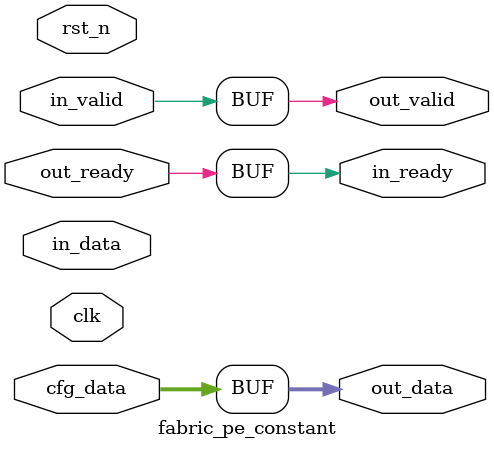
<source format=sv>

`include "fabric_common.svh"

module fabric_pe_constant #(
    parameter int DATA_WIDTH = 32,
    parameter int TAG_WIDTH  = 0,
    localparam int PAYLOAD_WIDTH = DATA_WIDTH + TAG_WIDTH,
    localparam int SAFE_PW       = (PAYLOAD_WIDTH > 0) ? PAYLOAD_WIDTH : 1,
    // Config: constant value + optional output tag
    localparam int CONFIG_WIDTH  = (TAG_WIDTH > 0) ? DATA_WIDTH + TAG_WIDTH : DATA_WIDTH
) (
    input  logic                clk,
    input  logic                rst_n,

    // Control input (trigger)
    input  logic                in_valid,
    output logic                in_ready,
    input  logic [SAFE_PW-1:0]  in_data,

    // Constant output
    output logic                out_valid,
    input  logic                out_ready,
    output logic [SAFE_PW-1:0]  out_data,

    // Configuration: constant value [DATA_WIDTH-1:0], output_tag [CONFIG_WIDTH-1:DATA_WIDTH]
    input  logic [CONFIG_WIDTH-1:0] cfg_data
);

  // -----------------------------------------------------------------------
  // Elaboration-time parameter validation
  // -----------------------------------------------------------------------
  initial begin : param_check
    if (DATA_WIDTH < 1)
      $fatal(1, "COMP_PE_CONSTANT_DATA_WIDTH: DATA_WIDTH must be >= 1");
  end

  // -----------------------------------------------------------------------
  // Output logic: fire on control token
  // -----------------------------------------------------------------------
  assign out_valid = in_valid;
  assign in_ready  = out_ready;

  generate
    if (TAG_WIDTH > 0) begin : g_tagged
      logic [TAG_WIDTH-1:0]  output_tag;
      logic [DATA_WIDTH-1:0] const_value;
      assign const_value = cfg_data[DATA_WIDTH-1:0];
      assign output_tag  = cfg_data[CONFIG_WIDTH-1:DATA_WIDTH];
      assign out_data    = {output_tag, const_value};
    end else begin : g_native
      assign out_data = cfg_data[DATA_WIDTH-1:0];
    end
  endgenerate

endmodule

</source>
